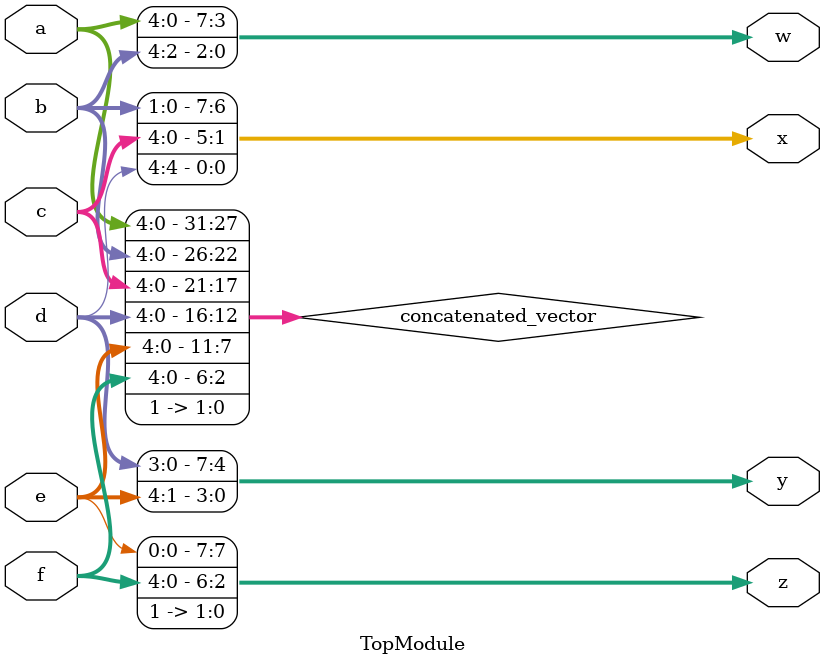
<source format=sv>
module TopModule(
    input logic [4:0] a,
    input logic [4:0] b,
    input logic [4:0] c,
    input logic [4:0] d,
    input logic [4:0] e,
    input logic [4:0] f,
    output logic [7:0] w,
    output logic [7:0] x,
    output logic [7:0] y,
    output logic [7:0] z
);
    logic [31:0] concatenated_vector;

    // Concatenate inputs and pad with two 1 bits at the LSB positions
    assign concatenated_vector = {a, b, c, d, e, f, 2'b11};

    // Split the 32-bit vector into four 8-bit outputs
    assign w = concatenated_vector[31:24];
    assign x = concatenated_vector[23:16];
    assign y = concatenated_vector[15:8];
    assign z = concatenated_vector[7:0];

endmodule
</source>
